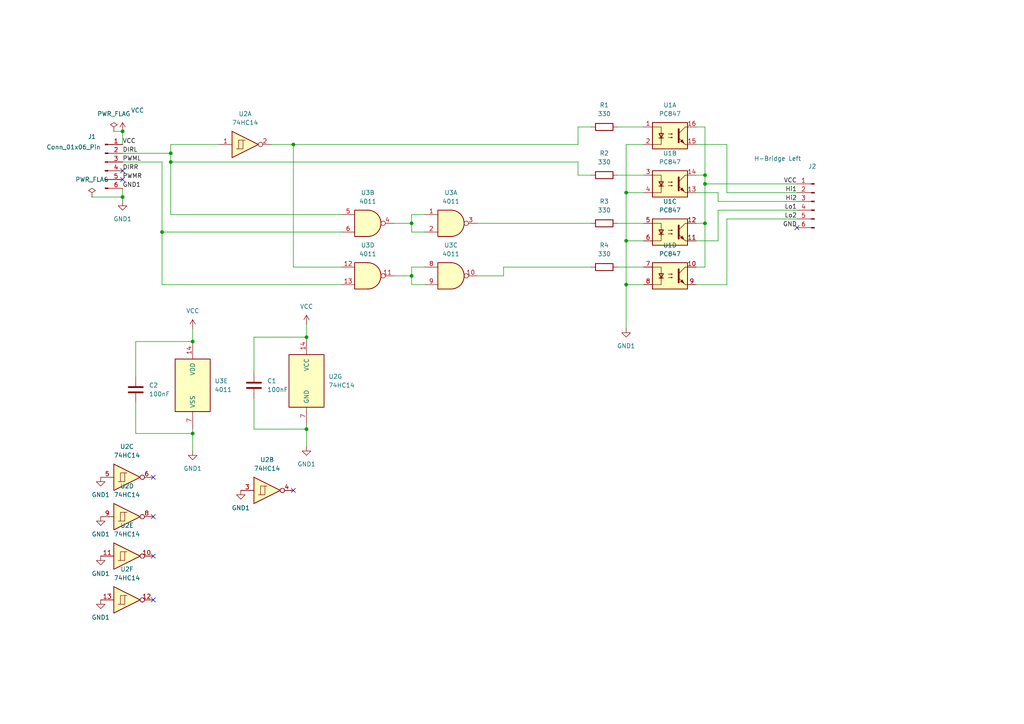
<source format=kicad_sch>
(kicad_sch (version 20250114) (generator "eeschema") (generator_version "9.0")
  (paper "A4")
  (lib_symbols
    (symbol "4xxx:4011" (pin_names (offset 1.016))
      (property "Reference" "U" (at 0 1.27 0))
      (property "Value" "4011" (at 0 -1.27 0))
      (symbol "4011_1_1"
        (arc (start 0 3.81) (mid 3.7934 0) (end 0 -3.81) (stroke (width 0.254)) (fill (type background)))
        (polyline (pts (xy 0 3.81) (xy -3.81 3.81) (xy -3.81 -3.81) (xy 0 -3.81)) (stroke (width 0.254)) (fill (type background)))
        (pin input line (at -7.62 2.54 0) (length 3.81) (name "~") (number "1"))
        (pin input line (at -7.62 -2.54 0) (length 3.81) (name "~") (number "2"))
        (pin output inverted (at 7.62 0 180) (length 3.81) (name "~") (number "3"))
      )
      (symbol "4011_1_2"
        (arc (start -3.81 3.81) (mid -2.589 0) (end -3.81 -3.81) (stroke (width 0.254)))
        (polyline (pts (xy -3.81 3.81) (xy -0.635 3.81)) (stroke (width 0.254)) (fill (type background)))
        (polyline (pts (xy -3.81 -3.81) (xy -0.635 -3.81)) (stroke (width 0.254)) (fill (type background)))
        (arc (start 3.81 0) (mid 2.1855 -2.584) (end -0.6096 -3.81) (stroke (width 0.254)) (fill (type background)))
        (arc (start -0.6096 3.81) (mid 2.1928 2.5924) (end 3.81 0) (stroke (width 0.254)) (fill (type background)))
        (polyline (pts (xy -0.635 3.81) (xy -3.81 3.81) (xy -3.81 3.81) (xy -3.556 3.4036) (xy -3.0226 2.2606) (xy -2.6924 1.0414) (xy -2.6162 -0.254) (xy -2.7686 -1.4986) (xy -3.175 -2.7178) (xy -3.81 -3.81) (xy -3.81 -3.81) (xy -0.635 -3.81)) (stroke (width -25.4)) (fill (type background)))
        (pin input inverted (at -7.62 2.54 0) (length 4.318) (name "~") (number "1"))
        (pin input inverted (at -7.62 -2.54 0) (length 4.318) (name "~") (number "2"))
        (pin output line (at 7.62 0 180) (length 3.81) (name "~") (number "3"))
      )
      (symbol "4011_2_1"
        (arc (start 0 3.81) (mid 3.7934 0) (end 0 -3.81) (stroke (width 0.254)) (fill (type background)))
        (polyline (pts (xy 0 3.81) (xy -3.81 3.81) (xy -3.81 -3.81) (xy 0 -3.81)) (stroke (width 0.254)) (fill (type background)))
        (pin input line (at -7.62 2.54 0) (length 3.81) (name "~") (number "5"))
        (pin input line (at -7.62 -2.54 0) (length 3.81) (name "~") (number "6"))
        (pin output inverted (at 7.62 0 180) (length 3.81) (name "~") (number "4"))
      )
      (symbol "4011_2_2"
        (arc (start -3.81 3.81) (mid -2.589 0) (end -3.81 -3.81) (stroke (width 0.254)))
        (polyline (pts (xy -3.81 3.81) (xy -0.635 3.81)) (stroke (width 0.254)) (fill (type background)))
        (polyline (pts (xy -3.81 -3.81) (xy -0.635 -3.81)) (stroke (width 0.254)) (fill (type background)))
        (arc (start 3.81 0) (mid 2.1855 -2.584) (end -0.6096 -3.81) (stroke (width 0.254)) (fill (type background)))
        (arc (start -0.6096 3.81) (mid 2.1928 2.5924) (end 3.81 0) (stroke (width 0.254)) (fill (type background)))
        (polyline (pts (xy -0.635 3.81) (xy -3.81 3.81) (xy -3.81 3.81) (xy -3.556 3.4036) (xy -3.0226 2.2606) (xy -2.6924 1.0414) (xy -2.6162 -0.254) (xy -2.7686 -1.4986) (xy -3.175 -2.7178) (xy -3.81 -3.81) (xy -3.81 -3.81) (xy -0.635 -3.81)) (stroke (width -25.4)) (fill (type background)))
        (pin input inverted (at -7.62 2.54 0) (length 4.318) (name "~") (number "5"))
        (pin input inverted (at -7.62 -2.54 0) (length 4.318) (name "~") (number "6"))
        (pin output line (at 7.62 0 180) (length 3.81) (name "~") (number "4"))
      )
      (symbol "4011_3_1"
        (arc (start 0 3.81) (mid 3.7934 0) (end 0 -3.81) (stroke (width 0.254)) (fill (type background)))
        (polyline (pts (xy 0 3.81) (xy -3.81 3.81) (xy -3.81 -3.81) (xy 0 -3.81)) (stroke (width 0.254)) (fill (type background)))
        (pin input line (at -7.62 2.54 0) (length 3.81) (name "~") (number "8"))
        (pin input line (at -7.62 -2.54 0) (length 3.81) (name "~") (number "9"))
        (pin output inverted (at 7.62 0 180) (length 3.81) (name "~") (number "10"))
      )
      (symbol "4011_3_2"
        (arc (start -3.81 3.81) (mid -2.589 0) (end -3.81 -3.81) (stroke (width 0.254)))
        (polyline (pts (xy -3.81 3.81) (xy -0.635 3.81)) (stroke (width 0.254)) (fill (type background)))
        (polyline (pts (xy -3.81 -3.81) (xy -0.635 -3.81)) (stroke (width 0.254)) (fill (type background)))
        (arc (start 3.81 0) (mid 2.1855 -2.584) (end -0.6096 -3.81) (stroke (width 0.254)) (fill (type background)))
        (arc (start -0.6096 3.81) (mid 2.1928 2.5924) (end 3.81 0) (stroke (width 0.254)) (fill (type background)))
        (polyline (pts (xy -0.635 3.81) (xy -3.81 3.81) (xy -3.81 3.81) (xy -3.556 3.4036) (xy -3.0226 2.2606) (xy -2.6924 1.0414) (xy -2.6162 -0.254) (xy -2.7686 -1.4986) (xy -3.175 -2.7178) (xy -3.81 -3.81) (xy -3.81 -3.81) (xy -0.635 -3.81)) (stroke (width -25.4)) (fill (type background)))
        (pin input inverted (at -7.62 2.54 0) (length 4.318) (name "~") (number "8"))
        (pin input inverted (at -7.62 -2.54 0) (length 4.318) (name "~") (number "9"))
        (pin output line (at 7.62 0 180) (length 3.81) (name "~") (number "10"))
      )
      (symbol "4011_4_1"
        (arc (start 0 3.81) (mid 3.7934 0) (end 0 -3.81) (stroke (width 0.254)) (fill (type background)))
        (polyline (pts (xy 0 3.81) (xy -3.81 3.81) (xy -3.81 -3.81) (xy 0 -3.81)) (stroke (width 0.254)) (fill (type background)))
        (pin input line (at -7.62 2.54 0) (length 3.81) (name "~") (number "12"))
        (pin input line (at -7.62 -2.54 0) (length 3.81) (name "~") (number "13"))
        (pin output inverted (at 7.62 0 180) (length 3.81) (name "~") (number "11"))
      )
      (symbol "4011_4_2"
        (arc (start -3.81 3.81) (mid -2.589 0) (end -3.81 -3.81) (stroke (width 0.254)))
        (polyline (pts (xy -3.81 3.81) (xy -0.635 3.81)) (stroke (width 0.254)) (fill (type background)))
        (polyline (pts (xy -3.81 -3.81) (xy -0.635 -3.81)) (stroke (width 0.254)) (fill (type background)))
        (arc (start 3.81 0) (mid 2.1855 -2.584) (end -0.6096 -3.81) (stroke (width 0.254)) (fill (type background)))
        (arc (start -0.6096 3.81) (mid 2.1928 2.5924) (end 3.81 0) (stroke (width 0.254)) (fill (type background)))
        (polyline (pts (xy -0.635 3.81) (xy -3.81 3.81) (xy -3.81 3.81) (xy -3.556 3.4036) (xy -3.0226 2.2606) (xy -2.6924 1.0414) (xy -2.6162 -0.254) (xy -2.7686 -1.4986) (xy -3.175 -2.7178) (xy -3.81 -3.81) (xy -3.81 -3.81) (xy -0.635 -3.81)) (stroke (width -25.4)) (fill (type background)))
        (pin input inverted (at -7.62 2.54 0) (length 4.318) (name "~") (number "12"))
        (pin input inverted (at -7.62 -2.54 0) (length 4.318) (name "~") (number "13"))
        (pin output line (at 7.62 0 180) (length 3.81) (name "~") (number "11"))
      )
      (symbol "4011_5_0"
        (pin power_in line (at 0 12.7 270) (length 5.08) (name "VDD") (number "14"))
        (pin power_in line (at 0 -12.7 90) (length 5.08) (name "VSS") (number "7"))
      )
      (symbol "4011_5_1"
        (rectangle (start -5.08 7.62) (end 5.08 -7.62) (stroke (width 0.254)) (fill (type background)))
      )
    )
    (symbol "74xx:74HC14" (pin_names (offset 1.016))
      (property "Reference" "U" (at 0 1.27 0))
      (property "Value" "74HC14" (at 0 -1.27 0))
      (symbol "74HC14_1_0"
        (polyline (pts (xy -3.81 3.81) (xy -3.81 -3.81) (xy 3.81 0) (xy -3.81 3.81)) (stroke (width 0.254)) (fill (type background)))
        (pin input line (at -7.62 0 0) (length 3.81) (name "~") (number "1"))
        (pin output inverted (at 7.62 0 180) (length 3.81) (name "~") (number "2"))
      )
      (symbol "74HC14_1_1"
        (polyline (pts (xy -2.54 -1.27) (xy -0.635 -1.27) (xy -0.635 1.27) (xy 0 1.27)))
        (polyline (pts (xy -1.905 -1.27) (xy -1.905 1.27) (xy -0.635 1.27)))
      )
      (symbol "74HC14_2_0"
        (polyline (pts (xy -3.81 3.81) (xy -3.81 -3.81) (xy 3.81 0) (xy -3.81 3.81)) (stroke (width 0.254)) (fill (type background)))
        (pin input line (at -7.62 0 0) (length 3.81) (name "~") (number "3"))
        (pin output inverted (at 7.62 0 180) (length 3.81) (name "~") (number "4"))
      )
      (symbol "74HC14_2_1"
        (polyline (pts (xy -2.54 -1.27) (xy -0.635 -1.27) (xy -0.635 1.27) (xy 0 1.27)))
        (polyline (pts (xy -1.905 -1.27) (xy -1.905 1.27) (xy -0.635 1.27)))
      )
      (symbol "74HC14_3_0"
        (polyline (pts (xy -3.81 3.81) (xy -3.81 -3.81) (xy 3.81 0) (xy -3.81 3.81)) (stroke (width 0.254)) (fill (type background)))
        (pin input line (at -7.62 0 0) (length 3.81) (name "~") (number "5"))
        (pin output inverted (at 7.62 0 180) (length 3.81) (name "~") (number "6"))
      )
      (symbol "74HC14_3_1"
        (polyline (pts (xy -2.54 -1.27) (xy -0.635 -1.27) (xy -0.635 1.27) (xy 0 1.27)))
        (polyline (pts (xy -1.905 -1.27) (xy -1.905 1.27) (xy -0.635 1.27)))
      )
      (symbol "74HC14_4_0"
        (polyline (pts (xy -3.81 3.81) (xy -3.81 -3.81) (xy 3.81 0) (xy -3.81 3.81)) (stroke (width 0.254)) (fill (type background)))
        (pin input line (at -7.62 0 0) (length 3.81) (name "~") (number "9"))
        (pin output inverted (at 7.62 0 180) (length 3.81) (name "~") (number "8"))
      )
      (symbol "74HC14_4_1"
        (polyline (pts (xy -2.54 -1.27) (xy -0.635 -1.27) (xy -0.635 1.27) (xy 0 1.27)))
        (polyline (pts (xy -1.905 -1.27) (xy -1.905 1.27) (xy -0.635 1.27)))
      )
      (symbol "74HC14_5_0"
        (polyline (pts (xy -3.81 3.81) (xy -3.81 -3.81) (xy 3.81 0) (xy -3.81 3.81)) (stroke (width 0.254)) (fill (type background)))
        (pin input line (at -7.62 0 0) (length 3.81) (name "~") (number "11"))
        (pin output inverted (at 7.62 0 180) (length 3.81) (name "~") (number "10"))
      )
      (symbol "74HC14_5_1"
        (polyline (pts (xy -2.54 -1.27) (xy -0.635 -1.27) (xy -0.635 1.27) (xy 0 1.27)))
        (polyline (pts (xy -1.905 -1.27) (xy -1.905 1.27) (xy -0.635 1.27)))
      )
      (symbol "74HC14_6_0"
        (polyline (pts (xy -3.81 3.81) (xy -3.81 -3.81) (xy 3.81 0) (xy -3.81 3.81)) (stroke (width 0.254)) (fill (type background)))
        (pin input line (at -7.62 0 0) (length 3.81) (name "~") (number "13"))
        (pin output inverted (at 7.62 0 180) (length 3.81) (name "~") (number "12"))
      )
      (symbol "74HC14_6_1"
        (polyline (pts (xy -2.54 -1.27) (xy -0.635 -1.27) (xy -0.635 1.27) (xy 0 1.27)))
        (polyline (pts (xy -1.905 -1.27) (xy -1.905 1.27) (xy -0.635 1.27)))
      )
      (symbol "74HC14_7_0"
        (pin power_in line (at 0 12.7 270) (length 5.08) (name "VCC") (number "14"))
        (pin power_in line (at 0 -12.7 90) (length 5.08) (name "GND") (number "7"))
      )
      (symbol "74HC14_7_1"
        (rectangle (start -5.08 7.62) (end 5.08 -7.62) (stroke (width 0.254)) (fill (type background)))
      )
    )
    (symbol "Connector:Conn_01x06_Pin" (pin_names (offset 1.016) (hide yes))
      (property "Reference" "J" (at 0 7.62 0))
      (property "Value" "Conn_01x06_Pin" (at 0 -10.16 0))
      (symbol "Conn_01x06_Pin_1_1"
        (rectangle (start 0.8636 5.207) (end 0 4.953) (stroke (width 0.1524)) (fill (type outline)))
        (rectangle (start 0.8636 2.667) (end 0 2.413) (stroke (width 0.1524)) (fill (type outline)))
        (rectangle (start 0.8636 0.127) (end 0 -0.127) (stroke (width 0.1524)) (fill (type outline)))
        (rectangle (start 0.8636 -2.413) (end 0 -2.667) (stroke (width 0.1524)) (fill (type outline)))
        (rectangle (start 0.8636 -4.953) (end 0 -5.207) (stroke (width 0.1524)) (fill (type outline)))
        (rectangle (start 0.8636 -7.493) (end 0 -7.747) (stroke (width 0.1524)) (fill (type outline)))
        (polyline (pts (xy 1.27 5.08) (xy 0.8636 5.08)) (stroke (width 0.1524)))
        (polyline (pts (xy 1.27 2.54) (xy 0.8636 2.54)) (stroke (width 0.1524)))
        (polyline (pts (xy 1.27 0) (xy 0.8636 0)) (stroke (width 0.1524)))
        (polyline (pts (xy 1.27 -2.54) (xy 0.8636 -2.54)) (stroke (width 0.1524)))
        (polyline (pts (xy 1.27 -5.08) (xy 0.8636 -5.08)) (stroke (width 0.1524)))
        (polyline (pts (xy 1.27 -7.62) (xy 0.8636 -7.62)) (stroke (width 0.1524)))
        (pin passive line (at 5.08 5.08 180) (length 3.81) (name "Pin_1") (number "1"))
        (pin passive line (at 5.08 2.54 180) (length 3.81) (name "Pin_2") (number "2"))
        (pin passive line (at 5.08 0 180) (length 3.81) (name "Pin_3") (number "3"))
        (pin passive line (at 5.08 -2.54 180) (length 3.81) (name "Pin_4") (number "4"))
        (pin passive line (at 5.08 -5.08 180) (length 3.81) (name "Pin_5") (number "5"))
        (pin passive line (at 5.08 -7.62 180) (length 3.81) (name "Pin_6") (number "6"))
      )
    )
    (symbol "Device:C" (pin_numbers (hide yes)) (pin_names (offset 0.254))
      (property "Reference" "C" (at 0.635 2.54 0))
      (property "Value" "C" (at 0.635 -2.54 0))
      (symbol "C_0_1"
        (polyline (pts (xy -2.032 0.762) (xy 2.032 0.762)) (stroke (width 0.508)))
        (polyline (pts (xy -2.032 -0.762) (xy 2.032 -0.762)) (stroke (width 0.508)))
      )
      (symbol "C_1_1"
        (pin passive line (at 0 3.81 270) (length 2.794) (name "~") (number "1"))
        (pin passive line (at 0 -3.81 90) (length 2.794) (name "~") (number "2"))
      )
    )
    (symbol "Device:R" (pin_numbers (hide yes)) (pin_names (offset 0))
      (property "Reference" "R" (at 2.032 0 90))
      (property "Value" "R" (at 0 0 90))
      (symbol "R_0_1"
        (rectangle (start -1.016 -2.54) (end 1.016 2.54) (stroke (width 0.254)))
      )
      (symbol "R_1_1"
        (pin passive line (at 0 3.81 270) (length 1.27) (name "~") (number "1"))
        (pin passive line (at 0 -3.81 90) (length 1.27) (name "~") (number "2"))
      )
    )
    (symbol "Isolator:PC847" (pin_names (offset 1.016))
      (property "Reference" "U" (at -5.08 5.08 0))
      (property "Value" "PC847" (at 0 5.08 0))
      (symbol "PC847_0_1"
        (rectangle (start -5.08 3.81) (end 5.08 -3.81) (stroke (width 0.254)) (fill (type background)))
        (polyline (pts (xy -5.08 2.54) (xy -2.54 2.54) (xy -2.54 -1.27) (xy -2.54 0.635)))
        (polyline (pts (xy -3.175 -0.635) (xy -1.905 -0.635)) (stroke (width 0.254)))
        (polyline (pts (xy -2.54 -0.635) (xy -2.54 -2.54) (xy -5.08 -2.54)))
        (polyline (pts (xy -2.54 -0.635) (xy -3.175 0.635) (xy -1.905 0.635) (xy -2.54 -0.635)) (stroke (width 0.254)))
        (polyline (pts (xy -0.508 0.508) (xy 0.762 0.508) (xy 0.381 0.381) (xy 0.381 0.635) (xy 0.762 0.508)))
        (polyline (pts (xy -0.508 -0.508) (xy 0.762 -0.508) (xy 0.381 -0.635) (xy 0.381 -0.381) (xy 0.762 -0.508)))
        (polyline (pts (xy 2.54 1.905) (xy 2.54 -1.905) (xy 2.54 -1.905)) (stroke (width 0.508)))
        (polyline (pts (xy 2.54 0.635) (xy 4.445 2.54)))
        (polyline (pts (xy 3.048 -1.651) (xy 3.556 -1.143) (xy 4.064 -2.159) (xy 3.048 -1.651) (xy 3.048 -1.651)) (fill (type outline)))
        (polyline (pts (xy 4.445 2.54) (xy 5.08 2.54)))
        (polyline (pts (xy 4.445 -2.54) (xy 2.54 -0.635)) (fill (type outline)))
        (polyline (pts (xy 4.445 -2.54) (xy 5.08 -2.54)))
      )
      (symbol "PC847_1_1"
        (pin passive line (at -7.62 2.54 0) (length 2.54) (name "~") (number "1"))
        (pin passive line (at -7.62 -2.54 0) (length 2.54) (name "~") (number "2"))
        (pin passive line (at 7.62 2.54 180) (length 2.54) (name "~") (number "16"))
        (pin passive line (at 7.62 -2.54 180) (length 2.54) (name "~") (number "15"))
      )
      (symbol "PC847_2_1"
        (pin passive line (at -7.62 2.54 0) (length 2.54) (name "~") (number "3"))
        (pin passive line (at -7.62 -2.54 0) (length 2.54) (name "~") (number "4"))
        (pin passive line (at 7.62 2.54 180) (length 2.54) (name "~") (number "14"))
        (pin passive line (at 7.62 -2.54 180) (length 2.54) (name "~") (number "13"))
      )
      (symbol "PC847_3_1"
        (pin passive line (at -7.62 2.54 0) (length 2.54) (name "~") (number "5"))
        (pin passive line (at -7.62 -2.54 0) (length 2.54) (name "~") (number "6"))
        (pin passive line (at 7.62 2.54 180) (length 2.54) (name "~") (number "12"))
        (pin passive line (at 7.62 -2.54 180) (length 2.54) (name "~") (number "11"))
      )
      (symbol "PC847_4_1"
        (pin passive line (at -7.62 2.54 0) (length 2.54) (name "~") (number "7"))
        (pin passive line (at -7.62 -2.54 0) (length 2.54) (name "~") (number "8"))
        (pin passive line (at 7.62 2.54 180) (length 2.54) (name "~") (number "10"))
        (pin passive line (at 7.62 -2.54 180) (length 2.54) (name "~") (number "9"))
      )
    )
    (symbol "power:GND1" (power) (pin_numbers (hide yes)) (pin_names (offset 0) (hide yes))
      (property "Value" "GND1" (at 0 -3.81 0))
      (symbol "GND1_0_1"
        (polyline (pts (xy 0 0) (xy 0 -1.27) (xy 1.27 -1.27) (xy 0 -2.54) (xy -1.27 -1.27) (xy 0 -1.27)))
      )
      (symbol "GND1_1_1"
        (pin power_in line (at 0 0 270) (length 0) (name "~") (number "1"))
      )
    )
    (symbol "power:PWR_FLAG" (power) (pin_numbers (hide yes)) (pin_names (offset 0) (hide yes))
      (property "Value" "PWR_FLAG" (at 0 3.81 0))
      (symbol "PWR_FLAG_0_0"
        (pin power_out line (at 0 0 90) (length 0) (name "~") (number "1"))
      )
      (symbol "PWR_FLAG_0_1"
        (polyline (pts (xy 0 0) (xy 0 1.27) (xy -1.016 1.905) (xy 0 2.54) (xy 1.016 1.905) (xy 0 1.27)))
      )
    )
    (symbol "power:VCC" (power) (pin_numbers (hide yes)) (pin_names (offset 0) (hide yes))
      (property "Value" "VCC" (at 0 3.556 0))
      (symbol "VCC_0_1"
        (polyline (pts (xy -0.762 1.27) (xy 0 2.54)))
        (polyline (pts (xy 0 2.54) (xy 0.762 1.27)))
        (polyline (pts (xy 0 0) (xy 0 2.54)))
      )
      (symbol "VCC_1_1"
        (pin power_in line (at 0 0 90) (length 0) (name "~") (number "1"))
      )
    )
  )
  (junction (at 204.47 53.34))
  (junction (at 119.38 64.77))
  (junction (at 204.47 64.77))
  (junction (at 204.47 50.8))
  (junction (at 46.99 67.31))
  (junction (at 88.9 124.46))
  (junction (at 181.61 69.85))
  (junction (at 55.88 99.06))
  (junction (at 35.56 38.1))
  (junction (at 49.53 46.99))
  (junction (at 88.9 97.79))
  (junction (at 181.61 82.55))
  (junction (at 55.88 125.73))
  (junction (at 35.56 57.15))
  (junction (at 119.38 80.01))
  (junction (at 49.53 44.45))
  (junction (at 85.09 41.91))
  (junction (at 181.61 55.88))
  (no_connect (at 44.45 149.86))
  (no_connect (at 44.45 173.99))
  (no_connect (at 44.45 161.29))
  (no_connect (at 35.56 49.53))
  (no_connect (at 44.45 138.43))
  (no_connect (at 35.56 52.07))
  (no_connect (at 85.09 142.24))
  (no_connect (at 231.14 66.04))
  (wire (pts (xy 210.82 63.5) (xy 231.14 63.5)))
  (wire (pts (xy 181.61 69.85) (xy 186.69 69.85)))
  (wire (pts (xy 49.53 44.45) (xy 49.53 41.91)))
  (wire (pts (xy 119.38 64.77) (xy 119.38 62.23)))
  (wire (pts (xy 208.28 69.85) (xy 208.28 60.96)))
  (wire (pts (xy 208.28 60.96) (xy 231.14 60.96)))
  (wire (pts (xy 114.3 80.01) (xy 119.38 80.01)))
  (wire (pts (xy 73.66 115.57) (xy 73.66 124.46)))
  (wire (pts (xy 119.38 77.47) (xy 123.19 77.47)))
  (wire (pts (xy 181.61 55.88) (xy 181.61 69.85)))
  (wire (pts (xy 201.93 77.47) (xy 204.47 77.47)))
  (wire (pts (xy 78.74 41.91) (xy 85.09 41.91)))
  (wire (pts (xy 85.09 77.47) (xy 99.06 77.47)))
  (wire (pts (xy 88.9 124.46) (xy 88.9 123.19)))
  (wire (pts (xy 49.53 44.45) (xy 49.53 46.99)))
  (wire (pts (xy 119.38 82.55) (xy 123.19 82.55)))
  (wire (pts (xy 46.99 67.31) (xy 99.06 67.31)))
  (wire (pts (xy 201.93 36.83) (xy 204.47 36.83)))
  (wire (pts (xy 35.56 57.15) (xy 35.56 54.61)))
  (wire (pts (xy 204.47 53.34) (xy 231.14 53.34)))
  (wire (pts (xy 119.38 67.31) (xy 123.19 67.31)))
  (wire (pts (xy 85.09 41.91) (xy 85.09 77.47)))
  (wire (pts (xy 49.53 62.23) (xy 99.06 62.23)))
  (wire (pts (xy 39.37 125.73) (xy 55.88 125.73)))
  (wire (pts (xy 114.3 64.77) (xy 119.38 64.77)))
  (wire (pts (xy 49.53 46.99) (xy 49.53 62.23)))
  (wire (pts (xy 55.88 95.25) (xy 55.88 99.06)))
  (wire (pts (xy 210.82 55.88) (xy 231.14 55.88)))
  (wire (pts (xy 208.28 58.42) (xy 231.14 58.42)))
  (wire (pts (xy 85.09 41.91) (xy 167.64 41.91)))
  (wire (pts (xy 39.37 116.84) (xy 39.37 125.73)))
  (wire (pts (xy 181.61 82.55) (xy 181.61 95.25)))
  (wire (pts (xy 181.61 82.55) (xy 186.69 82.55)))
  (wire (pts (xy 201.93 55.88) (xy 208.28 55.88)))
  (wire (pts (xy 35.56 44.45) (xy 49.53 44.45)))
  (wire (pts (xy 55.88 125.73) (xy 55.88 124.46)))
  (wire (pts (xy 33.02 38.1) (xy 35.56 38.1)))
  (wire (pts (xy 201.93 69.85) (xy 208.28 69.85)))
  (wire (pts (xy 119.38 80.01) (xy 119.38 77.47)))
  (wire (pts (xy 201.93 64.77) (xy 204.47 64.77)))
  (wire (pts (xy 146.05 80.01) (xy 146.05 77.47)))
  (wire (pts (xy 167.64 41.91) (xy 167.64 36.83)))
  (wire (pts (xy 201.93 41.91) (xy 210.82 41.91)))
  (wire (pts (xy 88.9 93.98) (xy 88.9 97.79)))
  (wire (pts (xy 179.07 36.83) (xy 186.69 36.83)))
  (wire (pts (xy 201.93 50.8) (xy 204.47 50.8)))
  (wire (pts (xy 39.37 99.06) (xy 55.88 99.06)))
  (wire (pts (xy 204.47 53.34) (xy 204.47 64.77)))
  (wire (pts (xy 55.88 130.81) (xy 55.88 125.73)))
  (wire (pts (xy 179.07 50.8) (xy 186.69 50.8)))
  (wire (pts (xy 35.56 58.42) (xy 35.56 57.15)))
  (wire (pts (xy 201.93 82.55) (xy 210.82 82.55)))
  (wire (pts (xy 119.38 80.01) (xy 119.38 82.55)))
  (wire (pts (xy 210.82 82.55) (xy 210.82 63.5)))
  (wire (pts (xy 49.53 41.91) (xy 63.5 41.91)))
  (wire (pts (xy 167.64 50.8) (xy 171.45 50.8)))
  (wire (pts (xy 181.61 69.85) (xy 181.61 82.55)))
  (wire (pts (xy 204.47 64.77) (xy 204.47 77.47)))
  (wire (pts (xy 181.61 55.88) (xy 186.69 55.88)))
  (wire (pts (xy 39.37 109.22) (xy 39.37 99.06)))
  (wire (pts (xy 46.99 46.99) (xy 46.99 67.31)))
  (wire (pts (xy 210.82 41.91) (xy 210.82 55.88)))
  (wire (pts (xy 26.67 57.15) (xy 35.56 57.15)))
  (wire (pts (xy 73.66 107.95) (xy 73.66 97.79)))
  (wire (pts (xy 186.69 41.91) (xy 181.61 41.91)))
  (wire (pts (xy 119.38 62.23) (xy 123.19 62.23)))
  (wire (pts (xy 73.66 124.46) (xy 88.9 124.46)))
  (wire (pts (xy 181.61 41.91) (xy 181.61 55.88)))
  (wire (pts (xy 49.53 46.99) (xy 167.64 46.99)))
  (wire (pts (xy 167.64 36.83) (xy 171.45 36.83)))
  (wire (pts (xy 88.9 129.54) (xy 88.9 124.46)))
  (wire (pts (xy 146.05 77.47) (xy 171.45 77.47)))
  (wire (pts (xy 119.38 64.77) (xy 119.38 67.31)))
  (wire (pts (xy 46.99 82.55) (xy 99.06 82.55)))
  (wire (pts (xy 73.66 97.79) (xy 88.9 97.79)))
  (wire (pts (xy 35.56 46.99) (xy 46.99 46.99)))
  (wire (pts (xy 179.07 77.47) (xy 186.69 77.47)))
  (wire (pts (xy 35.56 38.1) (xy 35.56 41.91)))
  (wire (pts (xy 138.43 64.77) (xy 171.45 64.77)))
  (wire (pts (xy 204.47 50.8) (xy 204.47 53.34)))
  (wire (pts (xy 46.99 67.31) (xy 46.99 82.55)))
  (wire (pts (xy 179.07 64.77) (xy 186.69 64.77)))
  (wire (pts (xy 138.43 80.01) (xy 146.05 80.01)))
  (wire (pts (xy 204.47 36.83) (xy 204.47 50.8)))
  (wire (pts (xy 167.64 46.99) (xy 167.64 50.8)))
  (wire (pts (xy 208.28 55.88) (xy 208.28 58.42)))
  (label "GND1" (at 35.56 54.61 0))
  (label "Hi2" (at 231.14 58.42 180))
  (label "Lo1" (at 231.14 60.96 180))
  (label "DIRR" (at 35.56 49.53 0))
  (label "VCC" (at 35.56 41.91 0))
  (label "PWML" (at 35.56 46.99 0))
  (label "VCC" (at 231.14 53.34 180))
  (label "PWMR" (at 35.56 52.07 0))
  (label "Lo2" (at 231.14 63.5 180))
  (label "Hi1" (at 231.14 55.88 180))
  (label "GND" (at 231.14 66.04 180))
  (label "DIRL" (at 35.56 44.45 0))
  (symbol (lib_id "power:PWR_FLAG") (at 26.67 57.15 0) (unit 1)
    (property "Reference" "#FLG02" (effects (hide yes)))
    (property "Value" "PWR_FLAG" (at 26.67 52.07 0))
    (property "Description" "Special symbol for telling ERC where power comes from" (effects (hide yes)))
  )
  (symbol (lib_id "Connector:Conn_01x06_Pin") (at 30.48 46.99 0) (unit 1)
    (property "Reference" "J1" (at 26.67 39.624 0))
    (property "Value" "Conn_01x06_Pin" (at 21.336 42.672 0))
    (property "Description" "Generic connector, single row, 01x06, script generated" (effects (hide yes)))
  )
  (symbol (lib_id "power:GND1") (at 29.21 149.86 0) (unit 1)
    (property "Reference" "#PWR09" (effects (hide yes)))
    (property "Value" "GND1" (at 29.21 154.94 0))
    (property "Description" "Power symbol creates a global label with name \"GND1\" , ground" (effects (hide yes)))
  )
  (symbol (lib_id "Device:R") (at 175.26 50.8 90) (unit 1)
    (property "Reference" "R2" (at 175.26 44.45 90))
    (property "Value" "330" (at 175.26 46.99 90))
    (property "Footprint" "Resistor_THT:R_Axial_DIN0207_L6.3mm_D2.5mm_P10.16mm_Horizontal" (effects (hide yes)))
    (property "Description" "Resistor" (effects (hide yes)))
  )
  (symbol (lib_id "power:GND1") (at 181.61 95.25 0) (unit 1)
    (property "Reference" "#PWR01" (effects (hide yes)))
    (property "Value" "GND1" (at 181.61 100.33 0))
    (property "Description" "Power symbol creates a global label with name \"GND1\" , ground" (effects (hide yes)))
  )
  (symbol (lib_id "Isolator:PC847") (at 194.31 80.01 0) (unit 4)
    (property "Reference" "U1" (at 194.31 71.12 0))
    (property "Value" "PC847" (at 194.31 73.66 0))
    (property "Footprint" "Package_DIP:DIP-16_W7.62mm" (effects (hide yes)))
    (property "Datasheet" "http://www.soselectronic.cz/a_info/resource/d/pc817.pdf" (effects (hide yes)))
    (property "Description" "DC Quad Optocoupler, Vce 35V, CTR 50-300%, DIP16" (effects (hide yes)))
  )
  (symbol (lib_id "power:VCC") (at 88.9 93.98 0) (unit 1)
    (property "Reference" "#PWR08" (effects (hide yes)))
    (property "Value" "VCC" (at 88.9 88.9 0))
    (property "Description" "Power symbol creates a global label with name \"VCC\"" (effects (hide yes)))
  )
  (symbol (lib_id "Device:R") (at 175.26 36.83 90) (unit 1)
    (property "Reference" "R1" (at 175.26 30.48 90))
    (property "Value" "330" (at 175.26 33.02 90))
    (property "Footprint" "Resistor_THT:R_Axial_DIN0207_L6.3mm_D2.5mm_P10.16mm_Horizontal" (effects (hide yes)))
    (property "Description" "Resistor" (effects (hide yes)))
  )
  (symbol (lib_id "4xxx:4011") (at 106.68 80.01 0) (unit 4)
    (property "Reference" "U3" (at 106.6717 71.12 0))
    (property "Value" "4011" (at 106.6717 73.66 0))
    (property "Footprint" "Package_DIP:DIP-14_W7.62mm" (effects (hide yes)))
    (property "Datasheet" "http://www.intersil.com/content/dam/Intersil/documents/cd40/cd4011bms-12bms-23bms.pdf" (effects (hide yes)))
    (property "Description" "Quad Nand 2 inputs" (effects (hide yes)))
  )
  (symbol (lib_id "Connector:Conn_01x06_Pin") (at 236.22 58.42 0) (mirror y) (unit 1)
    (property "Reference" "J2" (at 235.585 48.26 0))
    (property "Value" "H-Bridge Left" (at 225.552 45.974 0))
    (property "Description" "Generic connector, single row, 01x06, script generated" (effects (hide yes)))
  )
  (symbol (lib_id "Isolator:PC847") (at 194.31 53.34 0) (unit 2)
    (property "Reference" "U1" (at 194.31 44.45 0))
    (property "Value" "PC847" (at 194.31 46.99 0))
    (property "Footprint" "Package_DIP:DIP-16_W7.62mm" (effects (hide yes)))
    (property "Datasheet" "http://www.soselectronic.cz/a_info/resource/d/pc817.pdf" (effects (hide yes)))
    (property "Description" "DC Quad Optocoupler, Vce 35V, CTR 50-300%, DIP16" (effects (hide yes)))
  )
  (symbol (lib_id "74xx:74HC14") (at 36.83 161.29 0) (unit 5)
    (property "Reference" "U2" (at 36.83 152.4 0))
    (property "Value" "74HC14" (at 36.83 154.94 0))
    (property "Footprint" "Package_DIP:DIP-14_W7.62mm" (effects (hide yes)))
    (property "Datasheet" "http://www.ti.com/lit/gpn/sn74HC14" (effects (hide yes)))
    (property "Description" "Hex inverter schmitt trigger" (effects (hide yes)))
  )
  (symbol (lib_id "74xx:74HC14") (at 71.12 41.91 0) (unit 1)
    (property "Reference" "U2" (at 71.12 33.02 0))
    (property "Value" "74HC14" (at 71.12 35.56 0))
    (property "Footprint" "Package_DIP:DIP-14_W7.62mm" (effects (hide yes)))
    (property "Datasheet" "http://www.ti.com/lit/gpn/sn74HC14" (effects (hide yes)))
    (property "Description" "Hex inverter schmitt trigger" (effects (hide yes)))
  )
  (symbol (lib_id "Device:C") (at 39.37 113.03 0) (unit 1)
    (property "Reference" "C2" (at 43.18 111.7599 0) (effects (justify left)))
    (property "Value" "100nF" (at 43.18 114.2999 0) (effects (justify left)))
    (property "Description" "Unpolarized capacitor" (effects (hide yes)))
  )
  (symbol (lib_id "power:GND1") (at 29.21 173.99 0) (unit 1)
    (property "Reference" "#PWR011" (effects (hide yes)))
    (property "Value" "GND1" (at 29.21 179.07 0))
    (property "Description" "Power symbol creates a global label with name \"GND1\" , ground" (effects (hide yes)))
  )
  (symbol (lib_id "power:GND1") (at 35.56 58.42 0) (unit 1)
    (property "Reference" "#PWR02" (effects (hide yes)))
    (property "Value" "GND1" (at 35.56 63.5 0))
    (property "Description" "Power symbol creates a global label with name \"GND1\" , ground" (effects (hide yes)))
  )
  (symbol (lib_id "74xx:74HC14") (at 36.83 149.86 0) (unit 4)
    (property "Reference" "U2" (at 36.83 140.97 0))
    (property "Value" "74HC14" (at 36.83 143.51 0))
    (property "Footprint" "Package_DIP:DIP-14_W7.62mm" (effects (hide yes)))
    (property "Datasheet" "http://www.ti.com/lit/gpn/sn74HC14" (effects (hide yes)))
    (property "Description" "Hex inverter schmitt trigger" (effects (hide yes)))
  )
  (symbol (lib_id "power:GND1") (at 55.88 130.81 0) (unit 1)
    (property "Reference" "#PWR04" (effects (hide yes)))
    (property "Value" "GND1" (at 55.88 135.89 0))
    (property "Description" "Power symbol creates a global label with name \"GND1\" , ground" (effects (hide yes)))
  )
  (symbol (lib_id "4xxx:4011") (at 130.81 80.01 0) (unit 3)
    (property "Reference" "U3" (at 130.8017 71.12 0))
    (property "Value" "4011" (at 130.8017 73.66 0))
    (property "Footprint" "Package_DIP:DIP-14_W7.62mm" (effects (hide yes)))
    (property "Datasheet" "http://www.intersil.com/content/dam/Intersil/documents/cd40/cd4011bms-12bms-23bms.pdf" (effects (hide yes)))
    (property "Description" "Quad Nand 2 inputs" (effects (hide yes)))
  )
  (symbol (lib_id "74xx:74HC14") (at 36.83 173.99 0) (unit 6)
    (property "Reference" "U2" (at 36.83 165.1 0))
    (property "Value" "74HC14" (at 36.83 167.64 0))
    (property "Footprint" "Package_DIP:DIP-14_W7.62mm" (effects (hide yes)))
    (property "Datasheet" "http://www.ti.com/lit/gpn/sn74HC14" (effects (hide yes)))
    (property "Description" "Hex inverter schmitt trigger" (effects (hide yes)))
  )
  (symbol (lib_id "4xxx:4011") (at 55.88 111.76 0) (unit 5)
    (property "Reference" "U3" (at 62.23 110.4899 0) (effects (justify left)))
    (property "Value" "4011" (at 62.23 113.0299 0) (effects (justify left)))
    (property "Footprint" "Package_DIP:DIP-14_W7.62mm" (effects (hide yes)))
    (property "Datasheet" "http://www.intersil.com/content/dam/Intersil/documents/cd40/cd4011bms-12bms-23bms.pdf" (effects (hide yes)))
    (property "Description" "Quad Nand 2 inputs" (effects (hide yes)))
  )
  (symbol (lib_id "power:VCC") (at 35.56 38.1 0) (unit 1)
    (property "Reference" "#PWR05" (effects (hide yes)))
    (property "Value" "VCC" (at 39.878 32.004 0))
    (property "Description" "Power symbol creates a global label with name \"VCC\"" (effects (hide yes)))
  )
  (symbol (lib_id "power:GND1") (at 29.21 161.29 0) (unit 1)
    (property "Reference" "#PWR010" (effects (hide yes)))
    (property "Value" "GND1" (at 29.21 166.37 0))
    (property "Description" "Power symbol creates a global label with name \"GND1\" , ground" (effects (hide yes)))
  )
  (symbol (lib_id "power:PWR_FLAG") (at 33.02 38.1 0) (unit 1)
    (property "Reference" "#FLG01" (effects (hide yes)))
    (property "Value" "PWR_FLAG" (at 33.02 33.02 0))
    (property "Description" "Special symbol for telling ERC where power comes from" (effects (hide yes)))
  )
  (symbol (lib_id "power:GND1") (at 29.21 138.43 0) (unit 1)
    (property "Reference" "#PWR07" (effects (hide yes)))
    (property "Value" "GND1" (at 29.21 143.51 0))
    (property "Description" "Power symbol creates a global label with name \"GND1\" , ground" (effects (hide yes)))
  )
  (symbol (lib_id "power:GND1") (at 69.85 142.24 0) (unit 1)
    (property "Reference" "#PWR012" (effects (hide yes)))
    (property "Value" "GND1" (at 69.85 147.32 0))
    (property "Description" "Power symbol creates a global label with name \"GND1\" , ground" (effects (hide yes)))
  )
  (symbol (lib_id "power:GND1") (at 88.9 129.54 0) (unit 1)
    (property "Reference" "#PWR03" (effects (hide yes)))
    (property "Value" "GND1" (at 88.9 134.62 0))
    (property "Description" "Power symbol creates a global label with name \"GND1\" , ground" (effects (hide yes)))
  )
  (symbol (lib_id "Isolator:PC847") (at 194.31 39.37 0) (unit 1)
    (property "Reference" "U1" (at 194.31 30.48 0))
    (property "Value" "PC847" (at 194.31 33.02 0))
    (property "Footprint" "Package_DIP:DIP-16_W7.62mm" (effects (hide yes)))
    (property "Datasheet" "http://www.soselectronic.cz/a_info/resource/d/pc817.pdf" (effects (hide yes)))
    (property "Description" "DC Quad Optocoupler, Vce 35V, CTR 50-300%, DIP16" (effects (hide yes)))
  )
  (symbol (lib_id "4xxx:4011") (at 130.81 64.77 0) (unit 1)
    (property "Reference" "U3" (at 130.8017 55.88 0))
    (property "Value" "4011" (at 130.8017 58.42 0))
    (property "Footprint" "Package_DIP:DIP-14_W7.62mm" (effects (hide yes)))
    (property "Datasheet" "http://www.intersil.com/content/dam/Intersil/documents/cd40/cd4011bms-12bms-23bms.pdf" (effects (hide yes)))
    (property "Description" "Quad Nand 2 inputs" (effects (hide yes)))
  )
  (symbol (lib_id "74xx:74HC14") (at 88.9 110.49 0) (unit 7)
    (property "Reference" "U2" (at 95.25 109.2199 0) (effects (justify left)))
    (property "Value" "74HC14" (at 95.25 111.7599 0) (effects (justify left)))
    (property "Footprint" "Package_DIP:DIP-14_W7.62mm" (effects (hide yes)))
    (property "Datasheet" "http://www.ti.com/lit/gpn/sn74HC14" (effects (hide yes)))
    (property "Description" "Hex inverter schmitt trigger" (effects (hide yes)))
  )
  (symbol (lib_id "power:VCC") (at 55.88 95.25 0) (unit 1)
    (property "Reference" "#PWR06" (effects (hide yes)))
    (property "Value" "VCC" (at 55.88 90.17 0))
    (property "Description" "Power symbol creates a global label with name \"VCC\"" (effects (hide yes)))
  )
  (symbol (lib_id "Isolator:PC847") (at 194.31 67.31 0) (unit 3)
    (property "Reference" "U1" (at 194.31 58.42 0))
    (property "Value" "PC847" (at 194.31 60.96 0))
    (property "Footprint" "Package_DIP:DIP-16_W7.62mm" (effects (hide yes)))
    (property "Datasheet" "http://www.soselectronic.cz/a_info/resource/d/pc817.pdf" (effects (hide yes)))
    (property "Description" "DC Quad Optocoupler, Vce 35V, CTR 50-300%, DIP16" (effects (hide yes)))
  )
  (symbol (lib_id "74xx:74HC14") (at 77.47 142.24 0) (unit 2)
    (property "Reference" "U2" (at 77.47 133.35 0))
    (property "Value" "74HC14" (at 77.47 135.89 0))
    (property "Footprint" "Package_DIP:DIP-14_W7.62mm" (effects (hide yes)))
    (property "Datasheet" "http://www.ti.com/lit/gpn/sn74HC14" (effects (hide yes)))
    (property "Description" "Hex inverter schmitt trigger" (effects (hide yes)))
  )
  (symbol (lib_id "4xxx:4011") (at 106.68 64.77 0) (unit 2)
    (property "Reference" "U3" (at 106.6717 55.88 0))
    (property "Value" "4011" (at 106.6717 58.42 0))
    (property "Footprint" "Package_DIP:DIP-14_W7.62mm" (effects (hide yes)))
    (property "Datasheet" "http://www.intersil.com/content/dam/Intersil/documents/cd40/cd4011bms-12bms-23bms.pdf" (effects (hide yes)))
    (property "Description" "Quad Nand 2 inputs" (effects (hide yes)))
  )
  (symbol (lib_id "Device:C") (at 73.66 111.76 0) (unit 1)
    (property "Reference" "C1" (at 77.47 110.4899 0) (effects (justify left)))
    (property "Value" "100nF" (at 77.47 113.0299 0) (effects (justify left)))
    (property "Description" "Unpolarized capacitor" (effects (hide yes)))
  )
  (symbol (lib_id "Device:R") (at 175.26 64.77 90) (unit 1)
    (property "Reference" "R3" (at 175.26 58.42 90))
    (property "Value" "330" (at 175.26 60.96 90))
    (property "Footprint" "Resistor_THT:R_Axial_DIN0207_L6.3mm_D2.5mm_P10.16mm_Horizontal" (effects (hide yes)))
    (property "Description" "Resistor" (effects (hide yes)))
  )
  (symbol (lib_id "Device:R") (at 175.26 77.47 90) (unit 1)
    (property "Reference" "R4" (at 175.26 71.12 90))
    (property "Value" "330" (at 175.26 73.66 90))
    (property "Footprint" "Resistor_THT:R_Axial_DIN0207_L6.3mm_D2.5mm_P10.16mm_Horizontal" (effects (hide yes)))
    (property "Description" "Resistor" (effects (hide yes)))
  )
  (symbol (lib_id "74xx:74HC14") (at 36.83 138.43 0) (unit 3)
    (property "Reference" "U2" (at 36.83 129.54 0))
    (property "Value" "74HC14" (at 36.83 132.08 0))
    (property "Footprint" "Package_DIP:DIP-14_W7.62mm" (effects (hide yes)))
    (property "Datasheet" "http://www.ti.com/lit/gpn/sn74HC14" (effects (hide yes)))
    (property "Description" "Hex inverter schmitt trigger" (effects (hide yes)))
  )
)
</source>
